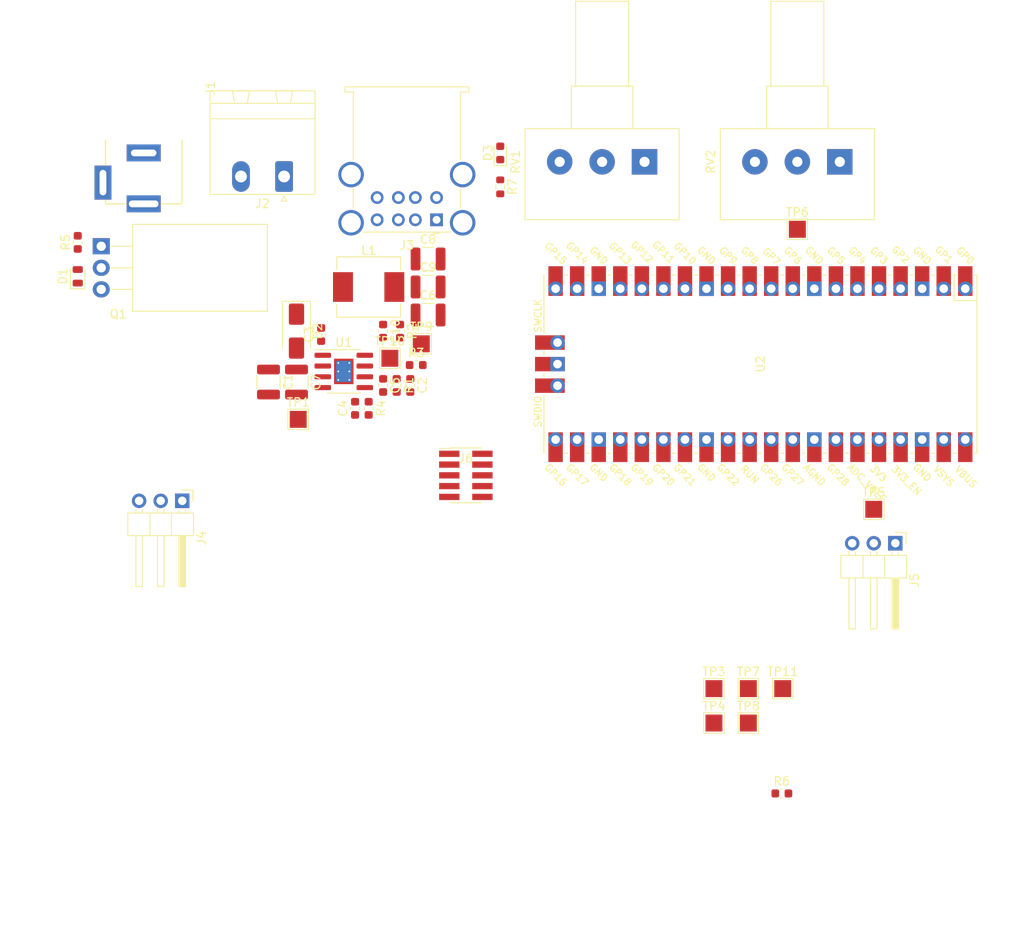
<source format=kicad_pcb>
(kicad_pcb (version 20221018) (generator pcbnew)
  (layers (0 "F.Cu" signal) (31 "B.Cu" signal) (34 "B.Paste" user) (35 "F.Paste" user) (36 "B.SilkS" user "B.Silkscreen") (37 "F.SilkS" user "F.Silkscreen") (38 "B.Mask" user) (39 "F.Mask" user) (44 "Edge.Cuts" user))
  (net 0 "")
  (net 1 "+12V")
  (net 2 "GND")
  (net 3 "Net-(C2-Pad1)")
  (net 4 "Net-(U1-SS)")
  (net 5 "Net-(C4-Pad1)")
  (net 6 "Net-(U1-LX)")
  (net 7 "Net-(U1-VCC)")
  (net 8 "+5V")
  (net 9 "/BUCK_FB")
  (net 10 "Net-(D1-A)")
  (net 11 "Net-(D2-K)")
  (net 12 "Net-(D3-K)")
  (net 13 "Net-(Q1-D)")
  (net 18 "/LED_LEFT_DATA")
  (net 19 "/LED_RIGHT_DATA")
  (net 20 "+3V3")
  (net 21 "Net-(J6-SWDIO{slash}TMS)")
  (net 22 "Net-(J6-SWDCLK{slash}TCK)")
  (net 27 "/~{RESET}")
  (net 28 "Net-(U1-COMP)")
  (net 29 "Net-(U1-BST)")
  (net 30 "/BRIGHTNESS_CTRL")
  (net 31 "/COLOR_CTRL")
  (footprint "TestPoint:TestPoint_Pad_2.0x2.0mm" (layer "F.Cu") (at 172 50)
    (fp_text reference "TP6" (at 0 -1.998) (layer "F.SilkS"))
    (fp_text value "TestPoint")
    (pad "1" smd rect (at 0 0) (size 2 2) (layers "F.Cu" "F.Mask") (net 31 "/COLOR_CTRL"))
  )
  (footprint "Capacitor_SMD:C_1210_3225Metric" (layer "F.Cu") (at 128.5 60.1)
    (fp_text reference "C6" (at 0 -2.3) (layer "F.SilkS"))
    (fp_text value "22uF X7R 25V")
    (pad "1" smd roundrect (at -1.475 0) (size 1.15 2.7) (layers "F.Cu" "F.Paste" "F.Mask") (roundrect_rratio 0.217391) (net 8 "+5V"))
    (pad "2" smd roundrect (at 1.475 0) (size 1.15 2.7) (layers "F.Cu" "F.Paste" "F.Mask") (roundrect_rratio 0.217391) (net 2 "GND"))
  )
  (footprint "Connector_PinHeader_2.54mm:PinHeader_1x03_P2.54mm_Horizontal" (layer "F.Cu") (at 183.54 87 -90)
    (fp_text reference "J5" (at 4.385 -2.27 90) (layer "F.SilkS"))
    (fp_text value "0.1\" Male 01x03")
    (pad "1" thru_hole rect (at 0 0 270) (size 1.7 1.7) (drill 1) (layers "*.Cu" "*.Mask") (net 8 "+5V"))
    (pad "2" thru_hole oval (at 0 2.54 270) (size 1.7 1.7) (drill 1) (layers "*.Cu" "*.Mask") (net 19 "/LED_RIGHT_DATA"))
    (pad "3" thru_hole oval (at 0 5.08 270) (size 1.7 1.7) (drill 1) (layers "*.Cu" "*.Mask") (net 2 "GND"))
  )
  (footprint "TestPoint:TestPoint_Pad_2.0x2.0mm" (layer "F.Cu") (at 113.2 72.4)
    (fp_text reference "TP1" (at 0 -1.998) (layer "F.SilkS"))
    (fp_text value "TestPoint")
    (pad "1" smd rect (at 0 0) (size 2 2) (layers "F.Cu" "F.Mask") (net 2 "GND"))
  )
  (footprint "Custom_Connector_BarrelJack:SOFNG_DC005-T20" (layer "F.Cu") (at 95 33.5 -90)
    (fp_text reference "J1" (at -0.127 -7.882 90) (layer "F.SilkS"))
    (fp_text value "Barrel_Jack")
    (pad "1" thru_hole rect (at 13.5 0 270) (size 2 4) (drill oval 0.8 3.5) (layers "*.Cu" "*.Mask") (net 13 "Net-(Q1-D)"))
    (pad "2" thru_hole rect (at 7.5 0 270) (size 2 4) (drill oval 0.8 3) (layers "*.Cu" "*.Mask") (net 2 "GND"))
    (pad "2" thru_hole rect (at 11 4.8 270) (size 4 2) (drill oval 3 0.8) (layers "*.Cu" "*.Mask") (net 2 "GND"))
  )
  (footprint "Capacitor_SMD:C_0603_1608Metric" (layer "F.Cu") (at 125.2 62 -90)
    (fp_text reference "R2" (at 0 -1.43 90) (layer "F.SilkS"))
    (fp_text value "15k 1%")
    (pad "1" smd roundrect (at -0.775 0 270) (size 0.9 0.95) (layers "F.Cu" "F.Paste" "F.Mask") (net 8 "+5V"))
    (pad "2" smd roundrect (at 0.775 0 270) (size 0.9 0.95) (layers "F.Cu" "F.Paste" "F.Mask") (net 9 "/BUCK_FB"))
  )
  (footprint "Capacitor_SMD:C_0603_1608Metric" (layer "F.Cu") (at 170.175 116.49)
    (fp_text reference "R6" (at 0 -1.43) (layer "F.SilkS"))
    (fp_text value "10k")
    (pad "1" smd roundrect (at -0.775 0) (size 0.9 0.95) (layers "F.Cu" "F.Paste" "F.Mask") (net 20 "+3V3"))
    (pad "2" smd roundrect (at 0.775 0) (size 0.9 0.95) (layers "F.Cu" "F.Paste" "F.Mask") (net 27 "/~{RESET}"))
  )
  (footprint "Package_TO_SOT_THT:TO-220-3_Horizontal_TabDown" (layer "F.Cu") (at 90 52 -90)
    (fp_text reference "Q1" (at 8 -2 -180) (layer "F.SilkS"))
    (fp_text value "FQP27P06")
    (pad "" np_thru_hole oval (at 2.54 -16.66 270) (size 3.5 3.5) (drill 3.5) (layers "*.Cu" "*.Mask"))
    (pad "1" thru_hole rect (at 0 0 270) (size 1.905 2) (drill 1.1) (layers "*.Cu" "*.Mask") (net 10 "Net-(D1-A)"))
    (pad "2" thru_hole oval (at 2.54 0 270) (size 1.905 2) (drill 1.1) (layers "*.Cu" "*.Mask") (net 13 "Net-(Q1-D)"))
    (pad "3" thru_hole oval (at 5.08 0 270) (size 1.905 2) (drill 1.1) (layers "*.Cu" "*.Mask") (net 1 "+12V"))
  )
  (footprint "TestPoint:TestPoint_Pad_2.0x2.0mm" (layer "F.Cu") (at 124 65.2)
    (fp_text reference "TP10" (at 0 -1.998) (layer "F.SilkS"))
    (fp_text value "TestPoint")
    (pad "1" smd rect (at 0 0) (size 2 2) (layers "F.Cu" "F.Mask") (net 9 "/BUCK_FB"))
  )
  (footprint "Capacitor_SMD:C_1210_3225Metric" (layer "F.Cu") (at 113 68 -90)
    (fp_text reference "C7" (at 0 -2.3 90) (layer "F.SilkS"))
    (fp_text value "22uF X7R 25V")
    (pad "1" smd roundrect (at -1.475 0 270) (size 1.15 2.7) (layers "F.Cu" "F.Paste" "F.Mask") (roundrect_rratio 0.217391) (net 1 "+12V"))
    (pad "2" smd roundrect (at 1.475 0 270) (size 1.15 2.7) (layers "F.Cu" "F.Paste" "F.Mask") (roundrect_rratio 0.217391) (net 2 "GND"))
  )
  (footprint "Connector_PinHeader_1.27mm:PinHeader_2x05_P1.27mm_Vertical_SMD" (layer "F.Cu") (at 132.95 79)
    (fp_text reference "J6" (at 0 -1.985) (layer "F.SilkS"))
    (fp_text value "Conn_ARM_JTAG_SWD_10")
    (pad "1" smd rect (at -1.95 -2.54) (size 2.4 0.74) (layers "F.Cu" "F.Paste" "F.Mask") (net 20 "+3V3"))
    (pad "2" smd rect (at 1.95 -2.54) (size 2.4 0.74) (layers "F.Cu" "F.Paste" "F.Mask") (net 21 "Net-(J6-SWDIO{slash}TMS)"))
    (pad "3" smd rect (at -1.95 -1.27) (size 2.4 0.74) (layers "F.Cu" "F.Paste" "F.Mask") (net 2 "GND"))
    (pad "4" smd rect (at 1.95 -1.27) (size 2.4 0.74) (layers "F.Cu" "F.Paste" "F.Mask") (net 22 "Net-(J6-SWDCLK{slash}TCK)"))
    (pad "5" smd rect (at -1.95 0) (size 2.4 0.74) (layers "F.Cu" "F.Paste" "F.Mask") (net 2 "GND"))
    (pad "6" smd rect (at 1.95 0) (size 2.4 0.74) (layers "F.Cu" "F.Paste" "F.Mask"))
    (pad "7" smd rect (at -1.95 1.27) (size 2.4 0.74) (layers "F.Cu" "F.Paste" "F.Mask"))
    (pad "8" smd rect (at 1.95 1.27) (size 2.4 0.74) (layers "F.Cu" "F.Paste" "F.Mask"))
    (pad "9" smd rect (at -1.95 2.54) (size 2.4 0.74) (layers "F.Cu" "F.Paste" "F.Mask"))
    (pad "10" smd rect (at 1.95 2.54) (size 2.4 0.74) (layers "F.Cu" "F.Paste" "F.Mask") (net 27 "/~{RESET}"))
  )
  (footprint "Resistor_SMD:R_0603_1608Metric" (layer "F.Cu") (at 137 45 -90)
    (fp_text reference "R7" (at 0 -1.43 90) (layer "F.SilkS"))
    (fp_text value "300R")
    (pad "1" smd roundrect (at -0.825 0 270) (size 0.8 0.95) (layers "F.Cu" "F.Paste" "F.Mask") (net 12 "Net-(D3-K)"))
    (pad "2" smd roundrect (at 0.825 0 270) (size 0.8 0.95) (layers "F.Cu" "F.Paste" "F.Mask") (net 2 "GND"))
  )
  (footprint "Capacitor_SMD:C_0603_1608Metric" (layer "F.Cu") (at 124.8 68.4 -90)
    (fp_text reference "R1" (at 0 -1.43 90) (layer "F.SilkS"))
    (fp_text value "10k")
    (pad "1" smd roundrect (at -0.775 0 270) (size 0.9 0.95) (layers "F.Cu" "F.Paste" "F.Mask") (net 28 "Net-(U1-COMP)"))
    (pad "2" smd roundrect (at 0.775 0 270) (size 0.9 0.95) (layers "F.Cu" "F.Paste" "F.Mask") (net 3 "Net-(C2-Pad1)"))
  )
  (footprint "Capacitor_SMD:C_0603_1608Metric" (layer "F.Cu") (at 127.1 66)
    (fp_text reference "R3" (at 0 -1.43) (layer "F.SilkS"))
    (fp_text value "110k 1%")
    (pad "1" smd roundrect (at -0.775 0) (size 0.9 0.95) (layers "F.Cu" "F.Paste" "F.Mask") (net 9 "/BUCK_FB"))
    (pad "2" smd roundrect (at 0.775 0) (size 0.9 0.95) (layers "F.Cu" "F.Paste" "F.Mask") (net 2 "GND"))
  )
  (footprint "Diode_SMD:D_MicroMELF" (layer "F.Cu") (at 87.23 55.54 90)
    (fp_text reference "D1" (at 0 -1.75 90) (layer "F.SilkS"))
    (fp_text value "10V 0.5W")
    (pad "1" smd roundrect (at -0.8 0 90) (size 0.8 1.2) (layers "F.Cu" "F.Paste" "F.Mask") (net 1 "+12V"))
    (pad "2" smd roundrect (at 0.8 0 90) (size 0.8 1.2) (layers "F.Cu" "F.Paste" "F.Mask") (net 10 "Net-(D1-A)"))
  )
  (footprint "Inductor_SMD:L_Sunlord_MWSA0605S" (layer "F.Cu") (at 121.5 56.8)
    (fp_text reference "L1" (at 0 -4.3) (layer "F.SilkS"))
    (fp_text value "4.7uH 6A")
    (pad "1" smd rect (at -3.025 0) (size 2.35 3.5) (layers "F.Cu" "F.Paste" "F.Mask") (net 6 "Net-(U1-LX)"))
    (pad "2" smd rect (at 3.025 0) (size 2.35 3.5) (layers "F.Cu" "F.Paste" "F.Mask") (net 8 "+5V"))
  )
  (footprint "Connector_PinHeader_2.54mm:PinHeader_1x03_P2.54mm_Horizontal" (layer "F.Cu") (at 99.54 82 -90)
    (fp_text reference "J4" (at 4.385 -2.27 90) (layer "F.SilkS"))
    (fp_text value "0.1\" Male 01x03")
    (pad "1" thru_hole rect (at 0 0 270) (size 1.7 1.7) (drill 1) (layers "*.Cu" "*.Mask") (net 8 "+5V"))
    (pad "2" thru_hole oval (at 0 2.54 270) (size 1.7 1.7) (drill 1) (layers "*.Cu" "*.Mask") (net 18 "/LED_LEFT_DATA"))
    (pad "3" thru_hole oval (at 0 5.08 270) (size 1.7 1.7) (drill 1) (layers "*.Cu" "*.Mask") (net 2 "GND"))
  )
  (footprint "Custom_Potentiometer_THT:Potentiometer_Alps_RK163_Single_Horizontal" (layer "F.Cu") (at 154 42.05 -90)
    (fp_text reference "RV1" (at 0 15.2 90) (layer "F.SilkS"))
    (fp_text value "10k")
    (pad "1" thru_hole rect (at 0 0 90) (size 3 3) (drill 1.2) (layers "*.Cu" "*.Mask") (net 20 "+3V3"))
    (pad "2" thru_hole circle (at 0 5 90) (size 3 3) (drill 1.2) (layers "*.Cu" "*.Mask") (net 30 "/BRIGHTNESS_CTRL"))
    (pad "3" thru_hole circle (at 0 10 90) (size 3 3) (drill 1.2) (layers "*.Cu" "*.Mask") (net 2 "GND"))
  )
  (footprint "Custom_Module:RPi_Pico_SMD_TH" (layer "F.Cu") (at 167.65 65.89 -90)
    (fp_text reference "U2" (at 0 0 90) (layer "F.SilkS"))
    (fp_text value "Pico")
    (fp_text user "GND" (at -12.8 19.05 135) (layer "F.SilkS") (effects (font (size 0.8 0.8))))
    (fp_text user "GND" (at -12.8 -19.05 135) (layer "F.SilkS") (effects (font (size 0.8 0.8))))
    (fp_text user "GP18" (at 13.054 16.51 135) (layer "F.SilkS") (effects (font (size 0.8 0.8))))
    (fp_text user "GP22" (at 13.054 3.81 135) (layer "F.SilkS") (effects (font (size 0.8 0.8))))
    (fp_text user "VBUS" (at 13.3 -24.2 135) (layer "F.SilkS") (effects (font (size 0.8 0.8))))
    (fp_text user "GP0" (at -12.8 -24.13 135) (layer "F.SilkS") (effects (font (size 0.8 0.8))))
    (fp_text user "GND" (at 12.8 6.35 135) (layer "F.SilkS") (effects (font (size 0.8 0.8))))
    (fp_text user "GP6" (at -12.8 -3.81 135) (layer "F.SilkS") (effects (font (size 0.8 0.8))))
    (fp_text user "GND" (at -12.8 -6.35 135) (layer "F.SilkS") (effects (font (size 0.8 0.8))))
    (fp_text user "GP5" (at -12.8 -8.89 135) (layer "F.SilkS") (effects (font (size 0.8 0.8))))
    (fp_text user "GP12" (at -13.2 13.97 135) (layer "F.SilkS") (effects (font (size 0.8 0.8))))
    (fp_text user "RUN" (at 13 1.27 135) (layer "F.SilkS") (effects (font (size 0.8 0.8))))
    (fp_text user "GND" (at -12.8 6.35 135) (layer "F.SilkS") (effects (font (size 0.8 0.8))))
    (fp_text user "GP4" (at -12.8 -11.43 135) (layer "F.SilkS") (effects (font (size 0.8 0.8))))
    (fp_text user "SWDIO" (at 5.6 26.2 90) (layer "F.SilkS") (effects (font (size 0.8 0.8))))
    (fp_text user "GP2" (at -12.9 -16.51 135) (layer "F.SilkS") (effects (font (size 0.8 0.8))))
    (fp_text user "GND" (at 12.8 -19.05 135) (layer "F.SilkS") (effects (font (size 0.8 0.8))))
    (fp_text user "GP28" (at 13.054 -9.144 135) (layer "F.SilkS") (effects (font (size 0.8 0.8))))
    (fp_text user "GP10" (at -13.054 8.89 135) (layer "F.SilkS") (effects (font (size 0.8 0.8))))
    (fp_text user "AGND" (at 13.054 -6.35 135) (layer "F.SilkS") (effects (font (size 0.8 0.8))))
    (fp_text user "GP11" (at -13.2 11.43 135) (layer "F.SilkS") (effects (font (size 0.8 0.8))))
    (fp_text user "GP16" (at 13.054 24.13 135) (layer "F.SilkS") (effects (font (size 0.8 0.8))))
    (fp_text user "GND" (at 12.8 19.05 135) (layer "F.SilkS") (effects (font (size 0.8 0.8))))
    (fp_text user "GP21" (at 13.054 8.9 135) (layer "F.SilkS") (effects (font (size 0.8 0.8))))
    (fp_text user "GP7" (at -12.7 -1.3 135) (layer "F.SilkS") (effects (font (size 0.8 0.8))))
    (fp_text user "GP27" (at 13.054 -3.8 135) (layer "F.SilkS") (effects (font (size 0.8 0.8))))
    (fp_text user "SWCLK" (at -5.7 26.2 90) (layer "F.SilkS") (effects (font (size 0.8 0.8))))
    (fp_text user "GP26" (at 13.054 -1.27 135) (layer "F.SilkS") (effects (font (size 0.8 0.8))))
    (fp_text user "GP14" (at -13.1 21.59 135) (layer "F.SilkS") (effects (font (size 0.8 0.8))))
    (fp_text user "GP3" (at -12.8 -13.97 135) (layer "F.SilkS") (effects (font (size 0.8 0.8))))
    (fp_text user "3V3_EN" (at 13.7 -17.2 135) (layer "F.SilkS") (effects (font (size 0.8 0.8))))
    (fp_text user "GP9" (at -12.8 3.81 135) (layer "F.SilkS") (effects (font (size 0.8 0.8))))
    (fp_text user "GP15" (at -13.054 24.13 135) (layer "F.SilkS") (effects (font (size 0.8 0.8))))
    (fp_text user "VSYS" (at 13.2 -21.59 135) (layer "F.SilkS") (effects (font (size 0.8 0.8))))
    (fp_text user "GP8" (at -12.8 1.27 135) (layer "F.SilkS") (effects (font (size 0.8 0.8))))
    (fp_text user "GP19" (at 13.054 13.97 135) (layer "F.SilkS") (effects (font (size 0.8 0.8))))
    (fp_text user "GP13" (at -13.054 16.51 135) (layer "F.SilkS") (effects (font (size 0.8 0.8))))
    (fp_text user "GP20" (at 13.054 11.43 135) (layer "F.SilkS") (effects (font (size 0.8 0.8))))
    (fp_text user "GP17" (at 13.054 21.59 135) (layer "F.SilkS") (effects (font (size 0.8 0.8))))
    (fp_text user "ADC_VREF" (at 14 -12.5 135) (layer "F.SilkS") (effects (font (size 0.8 0.8))))
    (fp_text user "3V3" (at 12.9 -13.9 135) (layer "F.SilkS") (effects (font (size 0.8 0.8))))
    (fp_text user "GP1" (at -12.9 -21.6 135) (layer "F.SilkS") (effects (font (size 0.8 0.8))))
    (pad "" np_thru_hole oval (at -2.725 -24 270) (size 1.8 1.8) (drill 1.8) (layers "*.Cu" "*.Mask"))
    (pad "" np_thru_hole oval (at -2.425 -20.97 270) (size 1.5 1.5) (drill 1.5) (layers "*.Cu" "*.Mask"))
    (pad "" np_thru_hole oval (at 2.425 -20.97 270) (size 1.5 1.5) (drill 1.5) (layers "*.Cu" "*.Mask"))
    (pad "" np_thru_hole oval (at 2.725 -24 270) (size 1.8 1.8) (drill 1.8) (layers "*.Cu" "*.Mask"))
    (pad "1" thru_hole oval (at -8.89 -24.13 270) (size 1.7 1.7) (drill 1.02) (layers "*.Cu" "*.Mask") (net 18 "/LED_LEFT_DATA"))
    (pad "1" smd rect (at -8.89 -24.13 270) (size 3.5 1.7) (drill (offset -0.9 0)) (layers "F.Cu" "F.Mask") (net 18 "/LED_LEFT_DATA"))
    (pad "2" thru_hole oval (at -8.89 -21.59 270) (size 1.7 1.7) (drill 1.02) (layers "*.Cu" "*.Mask") (net 19 "/LED_RIGHT_DATA"))
    (pad "2" smd rect (at -8.89 -21.59 270) (size 3.5 1.7) (drill (offset -0.9 0)) (layers "F.Cu" "F.Mask") (net 19 "/LED_RIGHT_DATA"))
    (pad "3" thru_hole rect (at -8.89 -19.05 270) (size 1.7 1.7) (drill 1.02) (layers "*.Cu" "*.Mask") (net 2 "GND"))
    (pad "3" smd rect (at -8.89 -19.05 270) (size 3.5 1.7) (drill (offset -0.9 0)) (layers "F.Cu" "F.Mask") (net 2 "GND"))
    (pad "4" thru_hole oval (at -8.89 -16.51 270) (size 1.7 1.7) (drill 1.02) (layers "*.Cu" "*.Mask"))
    (pad "4" smd rect (at -8.89 -16.51 270) (size 3.5 1.7) (drill (offset -0.9 0)) (layers "F.Cu" "F.Mask"))
    (pad "5" thru_hole oval (at -8.89 -13.97 270) (size 1.7 1.7) (drill 1.02) (layers "*.Cu" "*.Mask"))
    (pad "5" smd rect (at -8.89 -13.97 270) (size 3.5 1.7) (drill (offset -0.9 0)) (layers "F.Cu" "F.Mask"))
    (pad "6" thru_hole oval (at -8.89 -11.43 270) (size 1.7 1.7) (drill 1.02) (layers "*.Cu" "*.Mask"))
    (pad "6" smd rect (at -8.89 -11.43 270) (size 3.5 1.7) (drill (offset -0.9 0)) (layers "F.Cu" "F.Mask"))
    (pad "7" thru_hole oval (at -8.89 -8.89 270) (size 1.7 1.7) (drill 1.02) (layers "*.Cu" "*.Mask"))
    (pad "7" smd rect (at -8.89 -8.89 270) (size 3.5 1.7) (drill (offset -0.9 0)) (layers "F.Cu" "F.Mask"))
    (pad "8" thru_hole rect (at -8.89 -6.35 270) (size 1.7 1.7) (drill 1.02) (layers "*.Cu" "*.Mask") (net 2 "GND"))
    (pad "8" smd rect (at -8.89 -6.35 270) (size 3.5 1.7) (drill (offset -0.9 0)) (layers "F.Cu" "F.Mask") (net 2 "GND"))
    (pad "9" thru_hole oval (at -8.89 -3.81 270) (size 1.7 1.7) (drill 1.02) (layers "*.Cu" "*.Mask"))
    (pad "9" smd rect (at -8.89 -3.81 270) (size 3.5 1.7) (drill (offset -0.9 0)) (layers "F.Cu" "F.Mask"))
    (pad "10" thru_hole oval (at -8.89 -1.27 270) (size 1.7 1.7) (drill 1.02) (layers "*.Cu" "*.Mask"))
    (pad "10" smd rect (at -8.89 -1.27 270) (size 3.5 1.7) (drill (offset -0.9 0)) (layers "F.Cu" "F.Mask"))
    (pad "11" thru_hole oval (at -8.89 1.27 270) (size 1.7 1.7) (drill 1.02) (layers "*.Cu" "*.Mask"))
    (pad "11" smd rect (at -8.89 1.27 270) (size 3.5 1.7) (drill (offset -0.9 0)) (layers "F.Cu" "F.Mask"))
    (pad "12" thru_hole oval (at -8.89 3.81 270) (size 1.7 1.7) (drill 1.02) (layers "*.Cu" "*.Mask"))
    (pad "12" smd rect (at -8.89 3.81 270) (size 3.5 1.7) (drill (offset -0.9 0)) (layers "F.Cu" "F.Mask"))
    (pad "13" thru_hole rect (at -8.89 6.35 270) (size 1.7 1.7) (drill 1.02) (layers "*.Cu" "*.Mask") (net 2 "GND"))
    (pad "13" smd rect (at -8.89 6.35 270) (size 3.5 1.7) (drill (offset -0.9 0)) (layers "F.Cu" "F.Mask") (net 2 "GND"))
    (pad "14" thru_hole oval (at -8.89 8.89 270) (size 1.7 1.7) (drill 1.02) (layers "*.Cu" "*.Mask"))
    (pad "14" smd rect (at -8.89 8.89 270) (size 3.5 1.7) (drill (offset -0.9 0)) (layers "F.Cu" "F.Mask"))
    (pad "15" thru_hole oval (at -8.89 11.43 270) (size 1.7 1.7) (drill 1.02) (layers "*.Cu" "*.Mask"))
    (pad "15" smd rect (at -8.89 11.43 270) (size 3.5 1.7) (drill (offset -0.9 0)) (layers "F.Cu" "F.Mask"))
    (pad "16" thru_hole oval (at -8.89 13.97 270) (size 1.7 1.7) (drill 1.02) (layers "*.Cu" "*.Mask"))
    (pad "16" smd rect (at -8.89 13.97 270) (size 3.5 1.7) (drill (offset -0.9 0)) (layers "F.Cu" "F.Mask"))
    (pad "17" thru_hole oval (at -8.89 16.51 270) (size 1.7 1.7) (drill 1.02) (layers "*.Cu" "*.Mask"))
    (pad "17" smd rect (at -8.89 16.51 270) (size 3.5 1.7) (drill (offset -0.9 0)) (layers "F.Cu" "F.Mask"))
    (pad "18" thru_hole rect (at -8.89 19.05 270) (size 1.7 1.7) (drill 1.02) (layers "*.Cu" "*.Mask") (net 2 "GND"))
    (pad "18" smd rect (at -8.89 19.05 270) (size 3.5 1.7) (drill (offset -0.9 0)) (layers "F.Cu" "F.Mask") (net 2 "GND"))
    (pad "19" thru_hole oval (at -8.89 21.59 270) (size 1.7 1.7) (drill 1.02) (layers "*.Cu" "*.Mask"))
    (pad "19" smd rect (at -8.89 21.59 270) (size 3.5 1.7) (drill (offset -0.9 0)) (layers "F.Cu" "F.Mask"))
    (pad "20" thru_hole oval (at -8.89 24.13 270) (size 1.7 1.7) (drill 1.02) (layers "*.Cu" "*.Mask"))
    (pad "20" smd rect (at -8.89 24.13 270) (size 3.5 1.7) (drill (offset -0.9 0)) (layers "F.Cu" "F.Mask"))
    (pad "21" thru_hole oval (at 8.89 24.13 270) (size 1.7 1.7) (drill 1.02) (layers "*.Cu" "*.Mask"))
    (pad "21" smd rect (at 8.89 24.13 270) (size 3.5 1.7) (drill (offset 0.9 0)) (layers "F.Cu" "F.Mask"))
    (pad "22" thru_hole oval (at 8.89 21.59 270) (size 1.7 1.7) (drill 1.02) (layers "*.Cu" "*.Mask"))
    (pad "22" smd rect (at 8.89 21.59 270) (size 3.5 1.7) (drill (offset 0.9 0)) (layers "F.Cu" "F.Mask"))
    (pad "23" thru_hole rect (at 8.89 19.05 270) (size 1.7 1.7) (drill 1.02) (layers "*.Cu" "*.Mask") (net 2 "GND"))
    (pad "23" smd rect (at 8.89 19.05 270) (size 3.5 1.7) (drill (offset 0.9 0)) (layers "F.Cu" "F.Mask") (net 2 "GND"))
    (pad "24" thru_hole oval (at 8.89 16.51 270) (size 1.7 1.7) (drill 1.02) (layers "*.Cu" "*.Mask"))
    (pad "24" smd rect (at 8.89 16.51 270) (size 3.5 1.7) (drill (offset 0.9 0)) (layers "F.Cu" "F.Mask"))
    (pad "25" thru_hole oval (at 8.89 13.97 270) (size 1.7 1.7) (drill 1.02) (layers "*.Cu" "*.Mask"))
    (pad "25" smd rect (at 8.89 13.97 270) (size 3.5 1.7) (drill (offset 0.9 0)) (layers "F.Cu" "F.Mask"))
    (pad "26" thru_hole oval (at 8.89 11.43 270) (size 1.7 1.7) (drill 1.02) (layers "*.Cu" "*.Mask"))
    (pad "26" smd rect (at 8.89 11.43 270) (size 3.5 1.7) (drill (offset 0.9 0)) (layers "F.Cu" "F.Mask"))
    (pad "27" thru_hole oval (at 8.89 8.89 270) (size 1.7 1.7) (drill 1.02) (layers "*.Cu" "*.Mask"))
    (pad "27" smd rect (at 8.89 8.89 270) (size 3.5 1.7) (drill (offset 0.9 0)) (layers "F.Cu" "F.Mask"))
    (pad "28" thru_hole rect (at 8.89 6.35 270) (size 1.7 1.7) (drill 1.02) (layers "*.Cu" "*.Mask") (net 2 "GND"))
    (pad "28" smd rect (at 8.89 6.35 270) (size 3.5 1.7) (drill (offset 0.9 0)) (layers "F.Cu" "F.Mask") (net 2 "GND"))
    (pad "29" thru_hole oval (at 8.89 3.81 270) (size 1.7 1.7) (drill 1.02) (layers "*.Cu" "*.Mask"))
    (pad "29" smd rect (at 8.89 3.81 270) (size 3.5 1.7) (drill (offset 0.9 0)) (layers "F.Cu" "F.Mask"))
    (pad "30" thru_hole oval (at 8.89 1.27 270) (size 1.7 1.7) (drill 1.02) (layers "*.Cu" "*.Mask") (net 27 "/~{RESET}"))
    (pad "30" smd rect (at 8.89 1.27 270) (size 3.5 1.7) (drill (offset 0.9 0)) (layers "F.Cu" "F.Mask") (net 27 "/~{RESET}"))
    (pad "31" thru_hole oval (at 8.89 -1.27 270) (size 1.7 1.7) (drill 1.02) (layers "*.Cu" "*.Mask") (net 30 "/BRIGHTNESS_CTRL"))
    (pad "31" smd rect (at 8.89 -1.27 270) (size 3.5 1.7) (drill (offset 0.9 0)) (layers "F.Cu" "F.Mask") (net 30 "/BRIGHTNESS_CTRL"))
    (pad "32" thru_hole oval (at 8.89 -3.81 270) (size 1.7 1.7) (drill 1.02) (layers "*.Cu" "*.Mask") (net 31 "/COLOR_CTRL"))
    (pad "32" smd rect (at 8.89 -3.81 270) (size 3.5 1.7) (drill (offset 0.9 0)) (layers "F.Cu" "F.Mask") (net 31 "/COLOR_CTRL"))
    (pad "33" thru_hole rect (at 8.89 -6.35 270) (size 1.7 1.7) (drill 1.02) (layers "*.Cu" "*.Mask") (net 2 "GND"))
    (pad "33" smd rect (at 8.89 -6.35 270) (size 3.5 1.7) (drill (offset 0.9 0)) (layers "F.Cu" "F.Mask") (net 2 "GND"))
    (pad "34" thru_hole oval (at 8.89 -8.89 270) (size 1.7 1.7) (drill 1.02) (layers "*.Cu" "*.Mask"))
    (pad "34" smd rect (at 8.89 -8.89 270) (size 3.5 1.7) (drill (offset 0.9 0)) (layers "F.Cu" "F.Mask"))
    (pad "35" thru_hole oval (at 8.89 -11.43 270) (size 1.7 1.7) (drill 1.02) (layers "*.Cu" "*.Mask"))
    (pad "35" smd rect (at 8.89 -11.43 270) (size 3.5 1.7) (drill (offset 0.9 0)) (layers "F.Cu" "F.Mask"))
    (pad "36" thru_hole oval (at 8.89 -13.97 270) (size 1.7 1.7) (drill 1.02) (layers "*.Cu" "*.Mask") (net 20 "+3V3"))
    (pad "36" smd rect (at 8.89 -13.97 270) (size 3.5 1.7) (drill (offset 0.9 0)) (layers "F.Cu" "F.Mask") (net 20 "+3V3"))
    (pad "37" thru_hole oval (at 8.89 -16.51 270) (size 1.7 1.7) (drill 1.02) (layers "*.Cu" "*.Mask"))
    (pad "37" smd rect (at 8.89 -16.51 270) (size 3.5 1.7) (drill (offset 0.9 0)) (layers "F.Cu" "F.Mask"))
    (pad "38" thru_hole rect (at 8.89 -19.05 270) (size 1.7 1.7) (drill 1.02) (layers "*.Cu" "*.Mask") (net 2 "GND"))
    (pad "38" smd rect (at 8.89 -19.05 270) (size 3.5 1.7) (drill (offset 0.9 0)) (layers "F.Cu" "F.Mask") (net 2 "GND"))
    (pad "39" thru_hole oval (at 8.89 -21.59 270) (size 1.7 1.7) (drill 1.02) (layers "*.Cu" "*.Mask") (net 8 "+5V"))
    (pad "39" smd rect (at 8.89 -21.59 270) (size 3.5 1.7) (drill (offset 0.9 0)) (layers "F.Cu" "F.Mask") (net 8 "+5V"))
    (pad "40" thru_hole oval (at 8.89 -24.13 270) (size 1.7 1.7) (drill 1.02) (layers "*.Cu" "*.Mask"))
    (pad "40" smd rect (at 8.89 -24.13 270) (size 3.5 1.7) (drill (offset 0.9 0)) (layers "F.Cu" "F.Mask"))
    (pad "41" thru_hole oval (at -2.54 23.9 270) (size 1.7 1.7) (drill 1.02) (layers "*.Cu" "*.Mask") (net 22 "Net-(J6-SWDCLK{slash}TCK)"))
    (pad "41" smd rect (at -2.54 23.9) (size 3.5 1.7) (drill (offset -0.9 0)) (layers "F.Cu" "F.Mask") (net 22 "Net-(J6-SWDCLK{slash}TCK)"))
    (pad "42" thru_hole rect (at 0 23.9 270) (size 1.7 1.7) (drill 1.02) (layers "*.Cu" "*.Mask") (net 2 "GND"))
    (pad "42" smd rect (at 0 23.9) (size 3.5 1.7) (drill (offset -0.9 0)) (layers "F.Cu" "F.Mask") (net 2 "GND"))
    (pad "43" thru_hole oval (at 2.54 23.9 270) (size 1.7 1.7) (drill 1.02) (layers "*.Cu" "*.Mask") (net 21 "Net-(J6-SWDIO{slash}TMS)"))
    (pad "43" smd rect (at 2.54 23.9) (size 3.5 1.7) (drill (offset -0.9 0)) (layers "F.Cu" "F.Mask") (net 21 "Net-(J6-SWDIO{slash}TMS)"))
  )
  (footprint "Capacitor_SMD:C_0603_1608Metric" (layer "F.Cu") (at 121.5 71.1 -90)
    (fp_text reference "R4" (at 0 -1.43 90) (layer "F.SilkS"))
    (fp_text value "0R")
    (pad "1" smd roundrect (at -0.775 0 270) (size 0.9 0.95) (layers "F.Cu" "F.Paste" "F.Mask") (net 29 "Net-(U1-BST)"))
    (pad "2" smd roundrect (at 0.775 0 270) (size 0.9 0.95) (layers "F.Cu" "F.Paste" "F.Mask") (net 5 "Net-(C4-Pad1)"))
  )
  (footprint "TestPoint:TestPoint_Pad_2.0x2.0mm" (layer "F.Cu") (at 181 83)
    (fp_text reference "TP5" (at 0 -1.998) (layer "F.SilkS"))
    (fp_text value "TestPoint")
    (pad "1" smd rect (at 0 0) (size 2 2) (layers "F.Cu" "F.Mask") (net 19 "/LED_RIGHT_DATA"))
  )
  (footprint "Capacitor_SMD:C_1210_3225Metric" (layer "F.Cu") (at 128.5 56.8)
    (fp_text reference "C9" (at 0 -2.3) (layer "F.SilkS"))
    (fp_text value "22uF X7R 25V")
    (pad "1" smd roundrect (at -1.475 0) (size 1.15 2.7) (layers "F.Cu" "F.Paste" "F.Mask") (roundrect_rratio 0.217391) (net 8 "+5V"))
    (pad "2" smd roundrect (at 1.475 0) (size 1.15 2.7) (layers "F.Cu" "F.Paste" "F.Mask") (roundrect_rratio 0.217391) (net 2 "GND"))
  )
  (footprint "Capacitor_SMD:C_0603_1608Metric" (layer "F.Cu") (at 119.9 71.1 90)
    (fp_text reference "C4" (at 0 -1.43 90) (layer "F.SilkS"))
    (fp_text value "0.1uF")
    (pad "1" smd roundrect (at -0.775 0 90) (size 0.9 0.95) (layers "F.Cu" "F.Paste" "F.Mask") (net 5 "Net-(C4-Pad1)"))
    (pad "2" smd roundrect (at 0.775 0 90) (size 0.9 0.95) (layers "F.Cu" "F.Paste" "F.Mask") (net 6 "Net-(U1-LX)"))
  )
  (footprint "Capacitor_SMD:C_1210_3225Metric" (layer "F.Cu") (at 109.7 68 -90)
    (fp_text reference "C1" (at 0 -2.3 90) (layer "F.SilkS"))
    (fp_text value "22uF X7R 25V")
    (pad "1" smd roundrect (at -1.475 0 270) (size 1.15 2.7) (layers "F.Cu" "F.Paste" "F.Mask") (roundrect_rratio 0.217391) (net 1 "+12V"))
    (pad "2" smd roundrect (at 1.475 0 270) (size 1.15 2.7) (layers "F.Cu" "F.Paste" "F.Mask") (roundrect_rratio 0.217391) (net 2 "GND"))
  )
  (footprint "Capacitor_SMD:C_0603_1608Metric" (layer "F.Cu") (at 87.23 51.54 90)
    (fp_text reference "R5" (at 0 -1.43 90) (layer "F.SilkS"))
    (fp_text value "2k")
    (pad "1" smd roundrect (at -0.775 0 90) (size 0.9 0.95) (layers "F.Cu" "F.Paste" "F.Mask") (net 10 "Net-(D1-A)"))
    (pad "2" smd roundrect (at 0.775 0 90) (size 0.9 0.95) (layers "F.Cu" "F.Paste" "F.Mask") (net 2 "GND"))
  )
  (footprint "LED_SMD:LED_0603_1608Metric" (layer "F.Cu") (at 137 41 90)
    (fp_text reference "D3" (at 0 -1.43 90) (layer "F.SilkS"))
    (fp_text value "RED LED")
    (pad "1" smd roundrect (at -0.7875 0 90) (size 0.875 0.95) (layers "F.Cu" "F.Paste" "F.Mask") (net 12 "Net-(D3-K)"))
    (pad "2" smd roundrect (at 0.7875 0 90) (size 0.875 0.95) (layers "F.Cu" "F.Paste" "F.Mask") (net 8 "+5V"))
  )
  (footprint "Custom_Connector_USB:USB_A_Wuerth_61400826021_Horizontal_Stacked" (layer "F.Cu") (at 129.5 48.88 180)
    (fp_text reference "J3" (at 3.5 -3) (layer "F.SilkS"))
    (fp_text value "61400826021")
    (pad "1" thru_hole rect (at 0 0 180) (size 1.5 1.5) (drill 0.92) (layers "*.Cu" "*.Mask") (net 8 "+5V"))
    (pad "2" thru_hole circle (at 2.5 0 180) (size 1.5 1.5) (drill 0.92) (layers "*.Cu" "*.Mask"))
    (pad "3" thru_hole circle (at 4.5 0 180) (size 1.5 1.5) (drill 0.92) (layers "*.Cu" "*.Mask"))
    (pad "4" thru_hole circle (at 7 0 180) (size 1.5 1.5) (drill 0.92) (layers "*.Cu" "*.Mask") (net 2 "GND"))
    (pad "5" thru_hole circle (at 0 2.62 180) (size 1.5 1.5) (drill 0.92) (layers "*.Cu" "*.Mask") (net 8 "+5V"))
    (pad "6" thru_hole circle (at 2.5 2.62 180) (size 1.5 1.5) (drill 0.92) (layers "*.Cu" "*.Mask"))
    (pad "7" thru_hole circle (at 4.5 2.62 180) (size 1.5 1.5) (drill 0.92) (layers "*.Cu" "*.Mask"))
    (pad "8" thru_hole circle (at 7 2.62 180) (size 1.5 1.5) (drill 0.92) (layers "*.Cu" "*.Mask") (net 2 "GND"))
    (pad "9" thru_hole circle (at -3.07 -0.35 180) (size 3 3) (drill 2.3) (layers "*.Cu" "*.Mask") (net 2 "GND"))
    (pad "9" thru_hole circle (at -3.07 5.33 180) (size 3 3) (drill 2.3) (layers "*.Cu" "*.Mask") (net 2 "GND"))
    (pad "9" thru_hole circle (at 10.07 -0.35 180) (size 3 3) (drill 2.3) (layers "*.Cu" "*.Mask") (net 2 "GND"))
    (pad "9" thru_hole circle (at 10.07 5.33 180) (size 3 3) (drill 2.3) (layers "*.Cu" "*.Mask") (net 2 "GND"))
  )
  (footprint "Diode_SMD:D_SMA" (layer "F.Cu") (at 113 62 -90)
    (fp_text reference "D2" (at 0 -2.5 90) (layer "F.SilkS"))
    (fp_text value "40V 3A")
    (pad "1" smd roundrect (at -2 0 270) (size 2.5 1.8) (layers "F.Cu" "F.Paste" "F.Mask") (roundrect_rratio 0.1388888889) (net 11 "Net-(D2-K)"))
    (pad "2" smd roundrect (at 2 0 270) (size 2.5 1.8) (layers "F.Cu" "F.Paste" "F.Mask") (roundrect_rratio 0.1388888889) (net 1 "+12V"))
  )
  (footprint "Capacitor_SMD:C_0603_1608Metric" (layer "F.Cu") (at 123.199999 62 -90)
    (fp_text reference "C10" (at 0 -1.43 90) (layer "F.SilkS"))
    (fp_text value "47pF")
    (pad "1" smd roundrect (at -0.775 0 270) (size 0.9 0.95) (layers "F.Cu" "F.Paste" "F.Mask") (net 8 "+5V"))
    (pad "2" smd roundrect (at 0.775 0 270) (size 0.9 0.95) (layers "F.Cu" "F.Paste" "F.Mask") (net 9 "/BUCK_FB"))
  )
  (footprint "TestPoint:TestPoint_Pad_2.0x2.0mm" (layer "F.Cu") (at 162.175 108.19)
    (fp_text reference "TP4" (at 0 -1.998) (layer "F.SilkS"))
    (fp_text value "TestPoint")
    (pad "1" smd rect (at 0 0) (size 2 2) (layers "F.Cu" "F.Mask") (net 18 "/LED_LEFT_DATA"))
  )
  (footprint "Capacitor_SMD:C_1210_3225Metric" (layer "F.Cu") (at 128.5 53.5)
    (fp_text reference "C8" (at 0 -2.3) (layer "F.SilkS"))
    (fp_text value "22uF X7R 25V")
    (pad "1" smd roundrect (at -1.475 0) (size 1.15 2.7) (layers "F.Cu" "F.Paste" "F.Mask") (roundrect_rratio 0.217391) (net 8 "+5V"))
    (pad "2" smd roundrect (at 1.475 0) (size 1.15 2.7) (layers "F.Cu" "F.Paste" "F.Mask") (roundrect_rratio 0.217391) (net 2 "GND"))
  )
  (footprint "TestPoint:TestPoint_Pad_2.0x2.0mm" (layer "F.Cu") (at 166.225 108.19)
    (fp_text reference "TP8" (at 0 -1.998) (layer "F.SilkS"))
    (fp_text value "TestPoint")
    (pad "1" smd rect (at 0 0) (size 2 2) (layers "F.Cu" "F.Mask") (net 27 "/~{RESET}"))
  )
  (footprint "Package_SO:SOIC-8-1EP_3.9x4.9mm_P1.27mm_EP2.29x3mm_ThermalVias" (layer "F.Cu") (at 118.57 66.75)
    (fp_text reference "U1" (at 0 -3.4) (layer "F.SilkS"))
    (fp_text value "~")
    (pad "1" smd roundrect (at -2.475 -1.905) (size 1.95 0.6) (layers "F.Cu" "F.Paste" "F.Mask") (net 4 "Net-(U1-SS)"))
    (pad "2" smd roundrect (at -2.475 -0.635) (size 1.95 0.6) (layers "F.Cu" "F.Paste" "F.Mask") (net 1 "+12V"))
    (pad "3" smd roundrect (at -2.475 0.635) (size 1.95 0.6) (layers "F.Cu" "F.Paste" "F.Mask") (net 1 "+12V"))
    (pad "4" smd roundrect (at -2.475 1.905) (size 1.95 0.6) (layers "F.Cu" "F.Paste" "F.Mask") (net 2 "GND"))
    (pad "5" smd roundrect (at 2.475 1.905) (size 1.95 0.6) (layers "F.Cu" "F.Paste" "F.Mask") (net 29 "Net-(U1-BST)"))
    (pad "6" smd roundrect (at 2.475 0.635) (size 1.95 0.6) (layers "F.Cu" "F.Paste" "F.Mask") (net 7 "Net-(U1-VCC)"))
    (pad "7" smd roundrect (at 2.475 -0.635) (size 1.95 0.6) (layers "F.Cu" "F.Paste" "F.Mask") (net 28 "Net-(U1-COMP)"))
    (pad "8" smd roundrect (at 2.475 -1.905) (size 1.95 0.6) (layers "F.Cu" "F.Paste" "F.Mask") (net 9 "/BUCK_FB"))
    (pad "9" thru_hole circle (at -0.65 -1) (size 0.5 0.5) (drill 0.2) (layers "*.Cu") (net 6 "Net-(U1-LX)"))
    (pad "9" thru_hole circle (at -0.65 0) (size 0.5 0.5) (drill 0.2) (layers "*.Cu") (net 6 "Net-(U1-LX)"))
    (pad "9" thru_hole circle (at -0.65 1) (size 0.5 0.5) (drill 0.2) (layers "*.Cu") (net 6 "Net-(U1-LX)"))
    (pad "9" smd rect (at 0 0) (size 1.8 2.5) (layers "B.Cu") (net 6 "Net-(U1-LX)"))
    (pad "9" smd rect (at 0 0) (size 2.29 3) (layers "F.Cu" "F.Mask") (net 6 "Net-(U1-LX)"))
    (pad "9" thru_hole circle (at 0.65 -1) (size 0.5 0.5) (drill 0.2) (layers "*.Cu") (net 6 "Net-(U1-LX)"))
    (pad "9" thru_hole circle (at 0.65 0) (size 0.5 0.5) (drill 0.2) (layers "*.Cu") (net 6 "Net-(U1-LX)"))
    (pad "9" thru_hole circle (at 0.65 1) (size 0.5 0.5) (drill 0.2) (layers "*.Cu") (net 6 "Net-(U1-LX)"))
  )
  (footprint "TestPoint:TestPoint_Pad_2.0x2.0mm" (layer "F.Cu") (at 162.175 104.14)
    (fp_text reference "TP3" (at 0 -1.998) (layer "F.SilkS"))
    (fp_text value "TestPoint")
    (pad "1" smd rect (at 0 0) (size 2 2) (layers "F.Cu" "F.Mask") (net 20 "+3V3"))
  )
  (footprint "TestPoint:TestPoint_Pad_2.0x2.0mm" (layer "F.Cu") (at 166.225 104.14)
    (fp_text reference "TP7" (at 0 -1.998) (layer "F.SilkS"))
    (fp_text value "TestPoint")
    (pad "1" smd rect (at 0 0) (size 2 2) (layers "F.Cu" "F.Mask") (net 30 "/BRIGHTNESS_CTRL"))
  )
  (footprint "TestPoint:TestPoint_Pad_2.0x2.0mm" (layer "F.Cu") (at 170.275 104.14)
    (fp_text reference "TP11" (at 0 -1.998) (layer "F.SilkS"))
    (fp_text value "TestPoint")
    (pad "1" smd rect (at 0 0) (size 2 2) (layers "F.Cu" "F.Mask") (net 1 "+12V"))
  )
  (footprint "TestPoint:TestPoint_Pad_2.0x2.0mm" (layer "F.Cu") (at 127.7 63.5)
    (fp_text reference "TP9" (at 0 -1.998) (layer "F.SilkS"))
    (fp_text value "TestPoint")
    (pad "1" smd rect (at 0 0) (size 2 2) (layers "F.Cu" "F.Mask") (net 8 "+5V"))
  )
  (footprint "Capacitor_SMD:C_0603_1608Metric" (layer "F.Cu") (at 123.2 68.4 -90)
    (fp_text reference "C5" (at 0 -1.43 90) (layer "F.SilkS"))
    (fp_text value "0.1uF")
    (pad "1" smd roundrect (at -0.775 0 270) (size 0.9 0.95) (layers "F.Cu" "F.Paste" "F.Mask") (net 7 "Net-(U1-VCC)"))
    (pad "2" smd roundrect (at 0.775 0 270) (size 0.9 0.95) (layers "F.Cu" "F.Paste" "F.Mask") (net 2 "GND"))
  )
  (footprint "Custom_Potentiometer_THT:Potentiometer_Alps_RK163_Single_Horizontal" (layer "F.Cu") (at 177 42.05 -90)
    (fp_text reference "RV2" (at 0 15.2 90) (layer "F.SilkS"))
    (fp_text value "10k")
    (pad "1" thru_hole rect (at 0 0 90) (size 3 3) (drill 1.2) (layers "*.Cu" "*.Mask") (net 20 "+3V3"))
    (pad "2" thru_hole circle (at 0 5 90) (size 3 3) (drill 1.2) (layers "*.Cu" "*.Mask") (net 31 "/COLOR_CTRL"))
    (pad "3" thru_hole circle (at 0 10 90) (size 3 3) (drill 1.2) (layers "*.Cu" "*.Mask") (net 2 "GND"))
  )
  (footprint "Capacitor_SMD:C_0603_1608Metric" (layer "F.Cu") (at 115.9 62.4 90)
    (fp_text reference "C3" (at 0 -1.43 90) (layer "F.SilkS"))
    (fp_text value "33nF")
    (pad "1" smd roundrect (at -0.775 0 90) (size 0.9 0.95) (layers "F.Cu" "F.Paste" "F.Mask") (net 4 "Net-(U1-SS)"))
    (pad "2" smd roundrect (at 0.775 0 90) (size 0.9 0.95) (layers "F.Cu" "F.Paste" "F.Mask") (net 2 "GND"))
  )
  (footprint "Capacitor_SMD:C_0603_1608Metric" (layer "F.Cu") (at 126.4 68.4 -90)
    (fp_text reference "C2" (at 0 -1.43 90) (layer "F.SilkS"))
    (fp_text value "1nF")
    (pad "1" smd roundrect (at -0.775 0 270) (size 0.9 0.95) (layers "F.Cu" "F.Paste" "F.Mask") (net 3 "Net-(C2-Pad1)"))
    (pad "2" smd roundrect (at 0.775 0 270) (size 0.9 0.95) (layers "F.Cu" "F.Paste" "F.Mask") (net 2 "GND"))
  )
  (footprint "Connector_Phoenix_MSTB:PhoenixContact_MSTBA_2,5_2-G-5,08_1x02_P5.08mm_Horizontal" (layer "F.Cu") (at 111.54 43.7775 180)
    (fp_text reference "J2" (at 2.54 -3.2) (layer "F.SilkS"))
    (fp_text value "MSTBA 5.08mm 01x02")
    (pad "1" thru_hole roundrect (at 0 0 180) (size 2.08 3.6) (drill 1.4) (layers "*.Cu" "*.Mask") (roundrect_rratio 0.120192) (net 11 "Net-(D2-K)"))
    (pad "2" thru_hole oval (at 5.08 0 180) (size 2.08 3.6) (drill 1.4) (layers "*.Cu" "*.Mask") (net 2 "GND"))
  )
)
</source>
